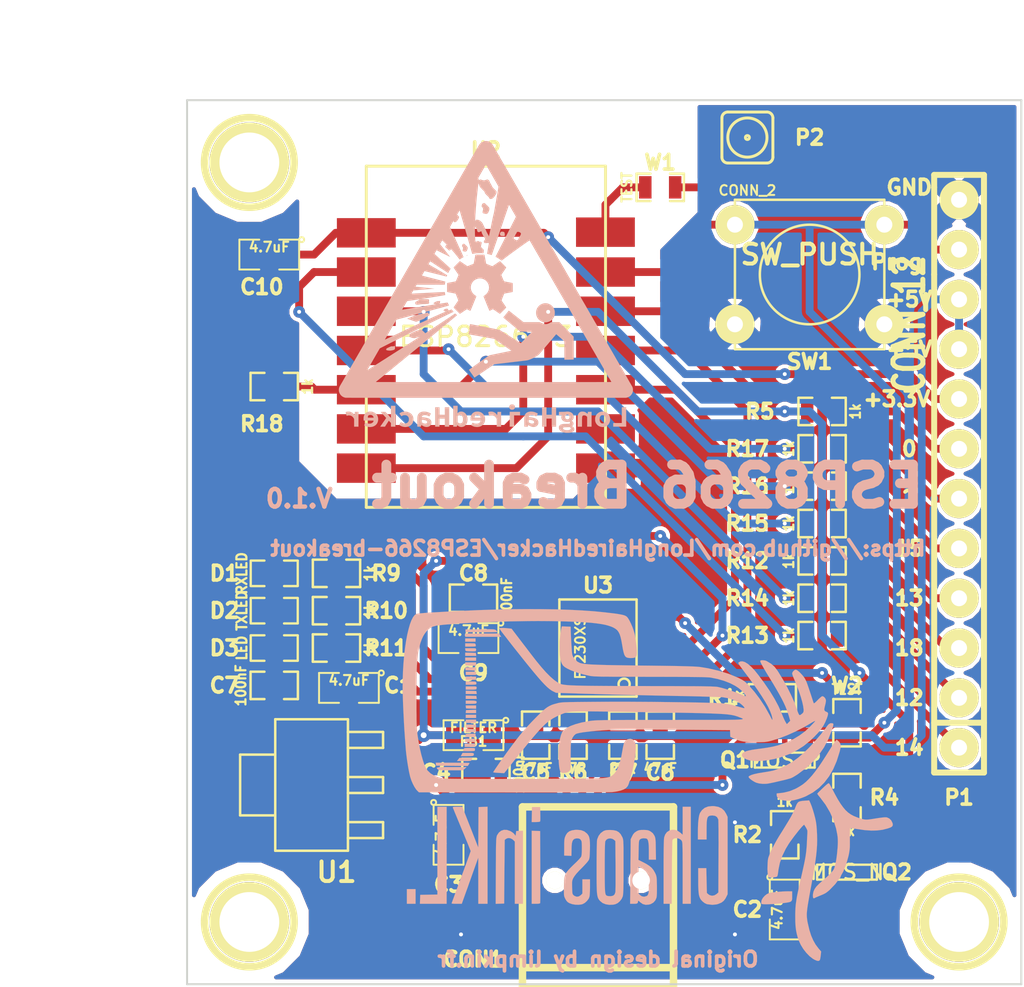
<source format=kicad_pcb>
(kicad_pcb (version 3) (host pcbnew "(2013-may-18)-stable")
  (layers (15 F.Cu signal hide) (0 B.Cu signal hide) (18 B.Paste user) (19 F.Paste user) (20 B.SilkS user) (21 F.SilkS user) (22 B.Mask user) (23 F.Mask user) (28 Edge.Cuts user))
  (net 0 "")
  (net 1 +3.3V)
  (net 2 CON_GPIO0)
  (net 3 CON_GPIO12)
  (net 4 CON_GPIO13)
  (net 5 CON_GPIO14)
  (net 6 CON_GPIO15)
  (net 7 CON_GPIO18)
  (net 8 CON_GPIO2)
  (net 9 FT230_RX)
  (net 10 FT230_TX)
  (net 11 GND)
  (net 12 GPIO0)
  (net 13 N-0000010)
  (net 14 N-0000011)
  (net 15 N-0000012)
  (net 16 N-0000013)
  (net 17 N-0000014)
  (net 18 N-0000015)
  (net 19 N-0000024)
  (net 20 N-0000026)
  (net 21 N-0000027)
  (net 22 N-0000028)
  (net 23 N-0000029)
  (net 24 N-000003)
  (net 25 N-0000030)
  (net 26 N-0000032)
  (net 27 N-0000033)
  (net 28 N-0000034)
  (net 29 N-0000035)
  (net 30 N-0000036)
  (net 31 N-0000037)
  (net 32 N-000004)
  (net 33 N-000005)
  (net 34 N-000006)
  (net 35 N-000009)
  (net 36 PROG_SW)
  (net 37 VCC)
  (net 38 VDD)
  (module ESP8266-3 (layer F.Cu) (at 71.755 69.215)
    (fp_text reference U2 (at 0 -9.525) (layer F.SilkS) (effects (font (size 0.75 0.75) (thickness 0.2))))
    (fp_text value ESP8266-3 (at 0 0) (layer F.SilkS))
    (pad 1 smd rect (at 6.1 6.7) (size 3 1.5) (layers F.Cu F.Paste F.Mask) (net 11 GND))
    (pad 2 smd rect (at 6.1 4.7) (size 3 1.5) (layers F.Cu F.Paste F.Mask))
    (pad 3 smd rect (at 6.1 2.7) (size 3 1.5) (layers F.Cu F.Paste F.Mask) (net 9 FT230_RX))
    (pad 4 smd rect (at 6.1 0.7) (size 3 1.5) (layers F.Cu F.Paste F.Mask) (net 10 FT230_TX))
    (pad 5 smd rect (at 6.1 -1.3) (size 3 1.5) (layers F.Cu F.Paste F.Mask) (net 28 N-0000034))
    (pad 6 smd rect (at 6.1 -3.3) (size 3 1.5) (layers F.Cu F.Paste F.Mask) (net 36 PROG_SW))
    (pad 8 smd rect (at -6.1 -5.3) (size 3 1.5) (layers F.Cu F.Paste F.Mask) (net 1 +3.3V))
    (pad 9 smd rect (at -6.1 -3.3) (size 3 1.5) (layers F.Cu F.Paste F.Mask) (net 29 N-0000035))
    (pad 10 smd rect (at -6.1 -1.3) (size 3 1.5) (layers F.Cu F.Paste F.Mask) (net 27 N-0000033))
    (pad 11 smd rect (at -6.1 0.7) (size 3 1.5) (layers F.Cu F.Paste F.Mask) (net 30 N-0000036))
    (pad 12 smd rect (at -6.1 2.7) (size 3 1.5) (layers F.Cu F.Paste F.Mask) (net 31 N-0000037))
    (pad 13 smd rect (at -6.1 4.7) (size 3 1.5) (layers F.Cu F.Paste F.Mask) (net 35 N-000009))
    (pad 14 smd rect (at -6.1 6.7) (size 3 1.5) (layers F.Cu F.Paste F.Mask) (net 12 GPIO0))
    (pad 7 smd rect (at 6.096 -5.334) (size 3 1.5) (layers F.Cu F.Paste F.Mask) (net 19 N-0000024))
  )
  (module ssop-16 (layer F.Cu) (at 77.47 85.09 90)
    (fp_text reference U3 (at 3.2 0 180) (layer F.SilkS) (effects (font (size 0.75 0.75) (thickness 0.2))))
    (fp_text value FT230XS (at 0 -0.89916 90) (layer F.SilkS) (effects (font (size 0.50038 0.50038) (thickness 0.09906))))
    (pad 4 smd rect (at -0.3175 2.667 90) (size 0.4064 1.651) (layers F.Cu F.Paste F.Mask) (net 9 FT230_RX))
    (pad 5 smd rect (at 0.3175 2.667 90) (size 0.4064 1.651) (layers F.Cu F.Paste F.Mask) (net 11 GND))
    (pad 6 smd rect (at 0.9525 2.667 90) (size 0.4064 1.651) (layers F.Cu F.Paste F.Mask))
    (pad 7 smd rect (at 1.5875 2.667 90) (size 0.4064 1.651) (layers F.Cu F.Paste F.Mask) (net 20 N-0000026))
    (pad 16 smd rect (at -2.2225 -2.667 90) (size 0.4064 1.651) (layers F.Cu F.Paste F.Mask) (net 21 N-0000027))
    (pad 1 smd rect (at -2.2225 2.667 90) (size 0.4064 1.651) (layers F.Cu F.Paste F.Mask) (net 10 FT230_TX))
    (pad 2 smd rect (at -1.5875 2.667 90) (size 0.4064 1.651) (layers F.Cu F.Paste F.Mask))
    (pad 3 smd rect (at -0.9525 2.667 90) (size 0.4064 1.651) (layers F.Cu F.Paste F.Mask) (net 13 N-0000010))
    (pad 9 smd rect (at 2.2225 -2.667 90) (size 0.4064 1.651) (layers F.Cu F.Paste F.Mask) (net 34 N-000006))
    (pad 10 smd rect (at 1.5875 -2.667 90) (size 0.4064 1.651) (layers F.Cu F.Paste F.Mask) (net 13 N-0000010))
    (pad 11 smd rect (at 0.9525 -2.667 90) (size 0.4064 1.651) (layers F.Cu F.Paste F.Mask) (net 13 N-0000010))
    (pad 12 smd rect (at 0.3175 -2.667 90) (size 0.4064 1.651) (layers F.Cu F.Paste F.Mask) (net 37 VCC))
    (pad 13 smd rect (at -0.3175 -2.667 90) (size 0.4064 1.651) (layers F.Cu F.Paste F.Mask) (net 11 GND))
    (pad 14 smd rect (at -0.9525 -2.667 90) (size 0.4064 1.651) (layers F.Cu F.Paste F.Mask) (net 22 N-0000028))
    (pad 8 smd rect (at 2.2225 2.667 90) (size 0.4064 1.651) (layers F.Cu F.Paste F.Mask) (net 33 N-000005))
    (pad 15 smd rect (at -1.5875 -2.667 90) (size 0.4064 1.651) (layers F.Cu F.Paste F.Mask) (net 23 N-0000029))
  )
  (module SOT23GDS_L (layer F.Cu) (at 90.17 96.52 180)
    (fp_text reference Q2 (at -2.54 0 180) (layer F.SilkS) (effects (font (size 0.75 0.75) (thickness 0.2))))
    (fp_text value MOS_N (at 0 0 180) (layer F.SilkS) (effects (font (size 0.762 0.762) (thickness 0.12954))))
    (pad S smd rect (at -0.889 -1.1 180) (size 1.1 1.1) (layers F.Cu F.Paste F.Mask) (net 11 GND))
    (pad G smd rect (at 0.889 -1.1 180) (size 1.1 1.1) (layers F.Cu F.Paste F.Mask) (net 17 N-0000014))
    (pad D smd rect (at 0 1.1 180) (size 1.1 1.1) (layers F.Cu F.Paste F.Mask) (net 16 N-0000013))
  )
  (module SOT23GDS_L (layer F.Cu) (at 86.995 90.805)
    (fp_text reference Q1 (at -2.54 0) (layer F.SilkS) (effects (font (size 0.75 0.75) (thickness 0.2))))
    (fp_text value MOS_P (at 0 0) (layer F.SilkS) (effects (font (size 0.762 0.762) (thickness 0.12954))))
    (pad S smd rect (at -0.889 -1.1) (size 1.1 1.1) (layers F.Cu F.Paste F.Mask) (net 1 +3.3V))
    (pad G smd rect (at 0.889 -1.1) (size 1.1 1.1) (layers F.Cu F.Paste F.Mask) (net 36 PROG_SW))
    (pad D smd rect (at 0 1.1) (size 1.1 1.1) (layers F.Cu F.Paste F.Mask) (net 18 N-0000015))
  )
  (module SM0603_Resistor (layer F.Cu) (at 74.295 89.535 90)
    (fp_text reference C5 (at -1.905 0 180) (layer F.SilkS) (effects (font (size 0.75 0.75) (thickness 0.2))))
    (fp_text value 47pF (at -1.69926 0 180) (layer F.SilkS) (effects (font (size 0.508 0.4572) (thickness 0.1143))))
    (pad 1 smd rect (at -0.762 0 90) (size 0.635 1.143) (layers F.Cu F.Paste F.Mask) (net 24 N-000003))
    (pad 2 smd rect (at 0.762 0 90) (size 0.635 1.143) (layers F.Cu F.Paste F.Mask) (net 11 GND))
  )
  (module SM0603_Resistor (layer F.Cu) (at 64.135 81.28 180)
    (fp_text reference R9 (at -2.54 0 180) (layer F.SilkS) (effects (font (size 0.75 0.75) (thickness 0.2))))
    (fp_text value 1k (at -1.69926 0 270) (layer F.SilkS) (effects (font (size 0.508 0.4572) (thickness 0.1143))))
    (pad 1 smd rect (at -0.762 0 180) (size 0.635 1.143) (layers F.Cu F.Paste F.Mask) (net 22 N-0000028))
    (pad 2 smd rect (at 0.762 0 180) (size 0.635 1.143) (layers F.Cu F.Paste F.Mask) (net 15 N-0000012))
  )
  (module SM0603_Resistor (layer F.Cu) (at 64.135 83.185 180)
    (fp_text reference R10 (at -2.54 0 180) (layer F.SilkS) (effects (font (size 0.75 0.75) (thickness 0.2))))
    (fp_text value 1k (at -1.69926 0 270) (layer F.SilkS) (effects (font (size 0.508 0.4572) (thickness 0.1143))))
    (pad 1 smd rect (at -0.762 0 180) (size 0.635 1.143) (layers F.Cu F.Paste F.Mask) (net 23 N-0000029))
    (pad 2 smd rect (at 0.762 0 180) (size 0.635 1.143) (layers F.Cu F.Paste F.Mask) (net 26 N-0000032))
  )
  (module SM0603_Resistor (layer F.Cu) (at 64.135 85.09 180)
    (fp_text reference R11 (at -2.54 0 180) (layer F.SilkS) (effects (font (size 0.75 0.75) (thickness 0.2))))
    (fp_text value 1k (at -1.69926 0 270) (layer F.SilkS) (effects (font (size 0.508 0.4572) (thickness 0.1143))))
    (pad 1 smd rect (at -0.762 0 180) (size 0.635 1.143) (layers F.Cu F.Paste F.Mask) (net 21 N-0000027))
    (pad 2 smd rect (at 0.762 0 180) (size 0.635 1.143) (layers F.Cu F.Paste F.Mask) (net 14 N-0000011))
  )
  (module SM0603_Resistor (layer F.Cu) (at 60.96 86.995)
    (fp_text reference C7 (at -2.54 0) (layer F.SilkS) (effects (font (size 0.75 0.75) (thickness 0.2))))
    (fp_text value 100nF (at -1.69926 0 90) (layer F.SilkS) (effects (font (size 0.508 0.4572) (thickness 0.1143))))
    (pad 1 smd rect (at -0.762 0) (size 0.635 1.143) (layers F.Cu F.Paste F.Mask) (net 13 N-0000010))
    (pad 2 smd rect (at 0.762 0) (size 0.635 1.143) (layers F.Cu F.Paste F.Mask) (net 11 GND))
  )
  (module SM0603_Resistor (layer F.Cu) (at 78.74 89.535 90)
    (fp_text reference R7 (at -1.905 0 180) (layer F.SilkS) (effects (font (size 0.75 0.75) (thickness 0.2))))
    (fp_text value 27R (at -1.69926 0 180) (layer F.SilkS) (effects (font (size 0.508 0.4572) (thickness 0.1143))))
    (pad 1 smd rect (at -0.762 0 90) (size 0.635 1.143) (layers F.Cu F.Paste F.Mask) (net 32 N-000004))
    (pad 2 smd rect (at 0.762 0 90) (size 0.635 1.143) (layers F.Cu F.Paste F.Mask) (net 33 N-000005))
  )
  (module SM0603_Resistor (layer F.Cu) (at 76.2 89.535 90)
    (fp_text reference R6 (at -1.905 0 180) (layer F.SilkS) (effects (font (size 0.75 0.75) (thickness 0.2))))
    (fp_text value 27R (at -1.69926 0 180) (layer F.SilkS) (effects (font (size 0.508 0.4572) (thickness 0.1143))))
    (pad 1 smd rect (at -0.762 0 90) (size 0.635 1.143) (layers F.Cu F.Paste F.Mask) (net 24 N-000003))
    (pad 2 smd rect (at 0.762 0 90) (size 0.635 1.143) (layers F.Cu F.Paste F.Mask) (net 34 N-000006))
  )
  (module SM0603_Resistor (layer F.Cu) (at 80.645 89.535 90)
    (fp_text reference C6 (at -1.905 0 180) (layer F.SilkS) (effects (font (size 0.75 0.75) (thickness 0.2))))
    (fp_text value 47pF (at -1.69926 0 180) (layer F.SilkS) (effects (font (size 0.508 0.4572) (thickness 0.1143))))
    (pad 1 smd rect (at -0.762 0 90) (size 0.635 1.143) (layers F.Cu F.Paste F.Mask) (net 32 N-000004))
    (pad 2 smd rect (at 0.762 0 90) (size 0.635 1.143) (layers F.Cu F.Paste F.Mask) (net 11 GND))
  )
  (module SM0603_Resistor (layer F.Cu) (at 71.12 82.55 180)
    (fp_text reference C8 (at 0 1.27 180) (layer F.SilkS) (effects (font (size 0.75 0.75) (thickness 0.2))))
    (fp_text value 100nF (at -1.69926 0 270) (layer F.SilkS) (effects (font (size 0.508 0.4572) (thickness 0.1143))))
    (pad 1 smd rect (at -0.762 0 180) (size 0.635 1.143) (layers F.Cu F.Paste F.Mask) (net 37 VCC))
    (pad 2 smd rect (at 0.762 0 180) (size 0.635 1.143) (layers F.Cu F.Paste F.Mask) (net 11 GND))
  )
  (module SM0603_Resistor (layer F.Cu) (at 71.755 91.44 180)
    (fp_text reference C4 (at 2.54 0 180) (layer F.SilkS) (effects (font (size 0.75 0.75) (thickness 0.2))))
    (fp_text value 100nF (at -1.69926 0 270) (layer F.SilkS) (effects (font (size 0.508 0.4572) (thickness 0.1143))))
    (pad 1 smd rect (at -0.762 0 180) (size 0.635 1.143) (layers F.Cu F.Paste F.Mask) (net 38 VDD))
    (pad 2 smd rect (at 0.762 0 180) (size 0.635 1.143) (layers F.Cu F.Paste F.Mask) (net 11 GND))
  )
  (module SM0603_Resistor (layer F.Cu) (at 90.17 92.71 90)
    (fp_text reference R4 (at 0 1.905 180) (layer F.SilkS) (effects (font (size 0.75 0.75) (thickness 0.2))))
    (fp_text value 1k (at -1.69926 0 180) (layer F.SilkS) (effects (font (size 0.508 0.4572) (thickness 0.1143))))
    (pad 1 smd rect (at -0.762 0 90) (size 0.635 1.143) (layers F.Cu F.Paste F.Mask) (net 16 N-0000013))
    (pad 2 smd rect (at 0.762 0 90) (size 0.635 1.143) (layers F.Cu F.Paste F.Mask) (net 12 GPIO0))
  )
  (module SM0603_Resistor (layer F.Cu) (at 86.995 94.615 270)
    (fp_text reference R2 (at 0 1.905 360) (layer F.SilkS) (effects (font (size 0.75 0.75) (thickness 0.2))))
    (fp_text value 1k (at -1.69926 0 360) (layer F.SilkS) (effects (font (size 0.508 0.4572) (thickness 0.1143))))
    (pad 1 smd rect (at -0.762 0 270) (size 0.635 1.143) (layers F.Cu F.Paste F.Mask) (net 18 N-0000015))
    (pad 2 smd rect (at 0.762 0 270) (size 0.635 1.143) (layers F.Cu F.Paste F.Mask) (net 17 N-0000014))
  )
  (module SM0603_Resistor (layer F.Cu) (at 86.36 87.63)
    (fp_text reference R1 (at -2.54 0) (layer F.SilkS) (effects (font (size 0.75 0.75) (thickness 0.2))))
    (fp_text value 1k (at -1.69926 0 90) (layer F.SilkS) (effects (font (size 0.508 0.4572) (thickness 0.1143))))
    (pad 1 smd rect (at -0.762 0) (size 0.635 1.143) (layers F.Cu F.Paste F.Mask) (net 1 +3.3V))
    (pad 2 smd rect (at 0.762 0) (size 0.635 1.143) (layers F.Cu F.Paste F.Mask) (net 36 PROG_SW))
  )
  (module SM0603_Capa (layer F.Cu) (at 60.96 85.09)
    (fp_text reference D3 (at -2.54 0) (layer F.SilkS) (effects (font (size 0.75 0.75) (thickness 0.2))))
    (fp_text value LED (at -1.651 0 90) (layer F.SilkS) (effects (font (size 0.508 0.4572) (thickness 0.1143))))
    (pad 1 smd rect (at -0.762 0) (size 0.635 1.143) (layers F.Cu F.Paste F.Mask) (net 13 N-0000010))
    (pad 2 smd rect (at 0.762 0) (size 0.635 1.143) (layers F.Cu F.Paste F.Mask) (net 14 N-0000011))
  )
  (module SM0603_Capa (layer F.Cu) (at 60.96 83.185)
    (fp_text reference D2 (at -2.54 0) (layer F.SilkS) (effects (font (size 0.75 0.75) (thickness 0.2))))
    (fp_text value TXLED (at -1.651 0 90) (layer F.SilkS) (effects (font (size 0.508 0.4572) (thickness 0.1143))))
    (pad 1 smd rect (at -0.762 0) (size 0.635 1.143) (layers F.Cu F.Paste F.Mask) (net 13 N-0000010))
    (pad 2 smd rect (at 0.762 0) (size 0.635 1.143) (layers F.Cu F.Paste F.Mask) (net 26 N-0000032))
  )
  (module SM0603_Capa (layer F.Cu) (at 60.96 81.28)
    (fp_text reference D1 (at -2.54 0) (layer F.SilkS) (effects (font (size 0.75 0.75) (thickness 0.2))))
    (fp_text value RXLED (at -1.651 0 90) (layer F.SilkS) (effects (font (size 0.508 0.4572) (thickness 0.1143))))
    (pad 1 smd rect (at -0.762 0) (size 0.635 1.143) (layers F.Cu F.Paste F.Mask) (net 13 N-0000010))
    (pad 2 smd rect (at 0.762 0) (size 0.635 1.143) (layers F.Cu F.Paste F.Mask) (net 15 N-0000012))
  )
  (module SM0603_Resistor (layer F.Cu) (at 88.9 80.645)
    (fp_text reference R12 (at -3.81 0) (layer F.SilkS) (effects (font (size 0.75 0.75) (thickness 0.2))))
    (fp_text value 1k (at -1.69926 0 90) (layer F.SilkS) (effects (font (size 0.508 0.4572) (thickness 0.1143))))
    (pad 1 smd rect (at -0.762 0) (size 0.635 1.143) (layers F.Cu F.Paste F.Mask) (net 28 N-0000034))
    (pad 2 smd rect (at 0.762 0) (size 0.635 1.143) (layers F.Cu F.Paste F.Mask) (net 7 CON_GPIO18))
  )
  (module SM0603_Resistor (layer F.Cu) (at 88.9 84.455)
    (fp_text reference R13 (at -3.81 0) (layer F.SilkS) (effects (font (size 0.75 0.75) (thickness 0.2))))
    (fp_text value 1k (at -1.69926 0 90) (layer F.SilkS) (effects (font (size 0.508 0.4572) (thickness 0.1143))))
    (pad 1 smd rect (at -0.762 0) (size 0.635 1.143) (layers F.Cu F.Paste F.Mask) (net 29 N-0000035))
    (pad 2 smd rect (at 0.762 0) (size 0.635 1.143) (layers F.Cu F.Paste F.Mask) (net 5 CON_GPIO14))
  )
  (module SM0603_Resistor (layer F.Cu) (at 88.9 82.55)
    (fp_text reference R14 (at -3.81 0) (layer F.SilkS) (effects (font (size 0.75 0.75) (thickness 0.2))))
    (fp_text value 1k (at -1.69926 0 90) (layer F.SilkS) (effects (font (size 0.508 0.4572) (thickness 0.1143))))
    (pad 1 smd rect (at -0.762 0) (size 0.635 1.143) (layers F.Cu F.Paste F.Mask) (net 27 N-0000033))
    (pad 2 smd rect (at 0.762 0) (size 0.635 1.143) (layers F.Cu F.Paste F.Mask) (net 3 CON_GPIO12))
  )
  (module SM0603_Resistor (layer F.Cu) (at 88.9 78.74)
    (fp_text reference R15 (at -3.81 0) (layer F.SilkS) (effects (font (size 0.75 0.75) (thickness 0.2))))
    (fp_text value 1k (at -1.69926 0 90) (layer F.SilkS) (effects (font (size 0.508 0.4572) (thickness 0.1143))))
    (pad 1 smd rect (at -0.762 0) (size 0.635 1.143) (layers F.Cu F.Paste F.Mask) (net 30 N-0000036))
    (pad 2 smd rect (at 0.762 0) (size 0.635 1.143) (layers F.Cu F.Paste F.Mask) (net 4 CON_GPIO13))
  )
  (module SM0603_Resistor (layer F.Cu) (at 88.9 76.835)
    (fp_text reference R16 (at -3.81 0) (layer F.SilkS) (effects (font (size 0.75 0.75) (thickness 0.2))))
    (fp_text value 1k (at -1.69926 0 90) (layer F.SilkS) (effects (font (size 0.508 0.4572) (thickness 0.1143))))
    (pad 1 smd rect (at -0.762 0) (size 0.635 1.143) (layers F.Cu F.Paste F.Mask) (net 31 N-0000037))
    (pad 2 smd rect (at 0.762 0) (size 0.635 1.143) (layers F.Cu F.Paste F.Mask) (net 6 CON_GPIO15))
  )
  (module SM0603_Resistor (layer F.Cu) (at 88.9 74.93)
    (fp_text reference R17 (at -3.81 0) (layer F.SilkS) (effects (font (size 0.75 0.75) (thickness 0.2))))
    (fp_text value 1k (at -1.69926 0 90) (layer F.SilkS) (effects (font (size 0.508 0.4572) (thickness 0.1143))))
    (pad 1 smd rect (at -0.762 0) (size 0.635 1.143) (layers F.Cu F.Paste F.Mask) (net 35 N-000009))
    (pad 2 smd rect (at 0.762 0) (size 0.635 1.143) (layers F.Cu F.Paste F.Mask) (net 8 CON_GPIO2))
  )
  (module SM0603_Resistor (layer F.Cu) (at 60.96 71.755 180)
    (fp_text reference R18 (at 0.635 -1.905 180) (layer F.SilkS) (effects (font (size 0.75 0.75) (thickness 0.2))))
    (fp_text value 1k (at -1.69926 0 270) (layer F.SilkS) (effects (font (size 0.508 0.4572) (thickness 0.1143))))
    (pad 1 smd rect (at -0.762 0 180) (size 0.635 1.143) (layers F.Cu F.Paste F.Mask) (net 31 N-0000037))
    (pad 2 smd rect (at 0.762 0 180) (size 0.635 1.143) (layers F.Cu F.Paste F.Mask) (net 11 GND))
  )
  (module USB_MINI_B (layer F.Cu) (at 77.47 97.79 90)
    (fp_text reference CON1 (at -3.175 -6.35 180) (layer F.SilkS) (effects (font (size 0.75 0.75) (thickness 0.2))))
    (fp_text value USB-MICRO-B2 hide)
    (pad 1 smd rect (at 3.44932 -1.6002 90) (size 2.30124 0.50038) (layers F.Cu F.Paste F.Mask) (net 38 VDD))
    (pad 2 smd rect (at 3.44932 -0.8001 90) (size 2.30124 0.50038) (layers F.Cu F.Paste F.Mask) (net 24 N-000003))
    (pad 3 smd rect (at 3.44932 0 90) (size 2.30124 0.50038) (layers F.Cu F.Paste F.Mask) (net 32 N-000004))
    (pad 4 smd rect (at 3.44932 0.8001 90) (size 2.30124 0.50038) (layers F.Cu F.Paste F.Mask))
    (pad 5 smd rect (at 3.44932 1.6002 90) (size 2.30124 0.50038) (layers F.Cu F.Paste F.Mask) (net 11 GND))
    (pad 6 smd rect (at 3.35026 -4.45008 90) (size 2.49936 1.99898) (layers F.Cu F.Paste F.Mask) (net 11 GND))
    (pad 7 smd rect (at -2.14884 -4.45008 90) (size 2.49936 1.99898) (layers F.Cu F.Paste F.Mask) (net 11 GND))
    (pad 8 smd rect (at 3.35026 4.45008 90) (size 2.49936 1.99898) (layers F.Cu F.Paste F.Mask) (net 11 GND))
    (pad 9 smd rect (at -2.14884 4.45008 90) (size 2.49936 1.99898) (layers F.Cu F.Paste F.Mask) (net 11 GND))
    (pad "" np_thru_hole circle (at 0.8509 -2.19964 90) (size 0.89916 0.89916) (drill 0.89916) (layers *.Cu *.Mask F.SilkS))
    (pad 2 np_thru_hole circle (at 0.8509 2.19964 90) (size 0.89916 0.89916) (drill 0.89916) (layers *.Cu *.Mask F.SilkS) (net 24 N-000003))
  )
  (module SM0603_Resistor (layer F.Cu) (at 88.9 73.025 180)
    (fp_text reference R5 (at 3.175 0 180) (layer F.SilkS) (effects (font (size 0.75 0.75) (thickness 0.2))))
    (fp_text value 1k (at -1.69926 0 270) (layer F.SilkS) (effects (font (size 0.508 0.4572) (thickness 0.1143))))
    (pad 1 smd rect (at -0.762 0 180) (size 0.635 1.143) (layers F.Cu F.Paste F.Mask) (net 2 CON_GPIO0))
    (pad 2 smd rect (at 0.762 0 180) (size 0.635 1.143) (layers F.Cu F.Paste F.Mask) (net 12 GPIO0))
  )
  (module SIL-12 (layer F.Cu) (at 95.885 76.2 90)
    (fp_text reference P1 (at -16.51 0 180) (layer F.SilkS) (effects (font (size 0.75 0.75) (thickness 0.2))))
    (fp_text value CONN_12 (at 7.62 -2.54 90) (layer F.SilkS) (effects (font (size 1.524 1.016) (thickness 0.3048))))
    (pad 1 thru_hole circle (at -13.97 0 90) (size 2 2) (drill 0.8128) (layers *.Cu *.Mask F.SilkS) (net 5 CON_GPIO14))
    (pad 2 thru_hole circle (at -11.43 0 90) (size 2 2) (drill 0.8128) (layers *.Cu *.Mask F.SilkS) (net 3 CON_GPIO12))
    (pad 3 thru_hole circle (at -8.89 0 90) (size 2 2) (drill 0.8128) (layers *.Cu *.Mask F.SilkS) (net 7 CON_GPIO18))
    (pad 4 thru_hole circle (at -6.35 0 90) (size 2 2) (drill 0.8128) (layers *.Cu *.Mask F.SilkS) (net 4 CON_GPIO13))
    (pad 5 thru_hole circle (at -3.81 0 90) (size 2 2) (drill 0.8128) (layers *.Cu *.Mask F.SilkS) (net 6 CON_GPIO15))
    (pad 6 thru_hole circle (at -1.27 0 90) (size 2 2) (drill 0.8128) (layers *.Cu *.Mask F.SilkS) (net 8 CON_GPIO2))
    (pad 7 thru_hole circle (at 1.27 0 90) (size 2 2) (drill 0.8128) (layers *.Cu *.Mask F.SilkS) (net 2 CON_GPIO0))
    (pad 8 thru_hole circle (at 3.81 0 90) (size 2 2) (drill 0.8128) (layers *.Cu *.Mask F.SilkS) (net 1 +3.3V))
    (pad 9 thru_hole circle (at 6.35 0 90) (size 2 2) (drill 0.8128) (layers *.Cu *.Mask F.SilkS) (net 37 VCC))
    (pad 10 thru_hole circle (at 8.89 0 90) (size 2 2) (drill 0.8128) (layers *.Cu *.Mask F.SilkS) (net 37 VCC))
    (pad 11 thru_hole circle (at 11.43 0 90) (size 2 2) (drill 0.8128) (layers *.Cu *.Mask F.SilkS) (net 36 PROG_SW))
    (pad 12 thru_hole circle (at 13.97 0 90) (size 2 2) (drill 0.8128) (layers *.Cu *.Mask F.SilkS) (net 11 GND))
  )
  (module SW_PUSH_SMALL (layer F.Cu) (at 88.265 66.04 180)
    (fp_text reference SW1 (at 0 -4.445 180) (layer F.SilkS) (effects (font (size 0.75 0.75) (thickness 0.2))))
    (fp_text value SW_PUSH (at 0 1.016 180) (layer F.SilkS) (effects (font (size 1.016 1.016) (thickness 0.2032))))
    (pad 1 thru_hole circle (at 3.81 -2.54 180) (size 2 2) (drill 0.8128) (layers *.Cu *.Mask F.SilkS) (net 11 GND))
    (pad 2 thru_hole circle (at 3.81 2.54 180) (size 2 2) (drill 0.8128) (layers *.Cu *.Mask F.SilkS) (net 36 PROG_SW))
    (pad 1 thru_hole circle (at -3.81 -2.54 180) (size 2 2) (drill 0.8128) (layers *.Cu *.Mask F.SilkS) (net 11 GND))
    (pad 2 thru_hole circle (at -3.81 2.54 180) (size 2 2) (drill 0.8128) (layers *.Cu *.Mask F.SilkS) (net 36 PROG_SW))
  )
  (module 1pin (layer F.Cu) (at 95.885 99.06)
    (fp_text reference 1PIN hide)
    (fp_text value P*** hide)
    (pad 1 thru_hole circle (at 0 0) (size 4.064 4.064) (drill 3.048) (layers *.Cu *.Mask F.SilkS) (clearance 1))
  )
  (module 1pin (layer F.Cu) (at 59.69 99.06)
    (fp_text reference 1PIN hide)
    (fp_text value P*** hide)
    (pad 1 thru_hole circle (at 0 0) (size 4.064 4.064) (drill 3.048) (layers *.Cu *.Mask F.SilkS) (clearance 1))
  )
  (module 1pin (layer F.Cu) (at 59.69 60.325)
    (fp_text reference 1PIN hide)
    (fp_text value P*** hide)
    (pad 1 thru_hole circle (at 0 0) (size 4.064 4.064) (drill 3.048) (layers *.Cu *.Mask F.SilkS) (clearance 1))
  )
  (module SM0805 (layer F.Cu) (at 70.866 84.582 180)
    (fp_text reference C9 (at -0.254 -1.778 180) (layer F.SilkS) (effects (font (size 0.75 0.75) (thickness 0.2))))
    (fp_text value 4.7uF (at 0 0.381 180) (layer F.SilkS) (effects (font (size 0.50038 0.50038) (thickness 0.10922))))
    (pad 1 smd rect (at -0.9525 0 180) (size 0.889 1.397) (layers F.Cu F.Paste F.Mask) (net 37 VCC))
    (pad 2 smd rect (at 0.9525 0 180) (size 0.889 1.397) (layers F.Cu F.Paste F.Mask) (net 11 GND))
  )
  (module SM0805 (layer F.Cu) (at 60.706 65.024 180)
    (fp_text reference C10 (at 0.381 -1.651 180) (layer F.SilkS) (effects (font (size 0.75 0.75) (thickness 0.2))))
    (fp_text value 4.7uF (at 0 0.381 180) (layer F.SilkS) (effects (font (size 0.50038 0.50038) (thickness 0.10922))))
    (pad 1 smd rect (at -0.9525 0 180) (size 0.889 1.397) (layers F.Cu F.Paste F.Mask) (net 1 +3.3V))
    (pad 2 smd rect (at 0.9525 0 180) (size 0.889 1.397) (layers F.Cu F.Paste F.Mask) (net 11 GND))
  )
  (module SM0805 (layer F.Cu) (at 69.85 94.615 270)
    (fp_text reference C3 (at 2.54 0 360) (layer F.SilkS) (effects (font (size 0.75 0.75) (thickness 0.2))))
    (fp_text value 4.7uF (at 0 0.381 270) (layer F.SilkS) (effects (font (size 0.50038 0.50038) (thickness 0.10922))))
    (pad 1 smd rect (at -0.9525 0 270) (size 0.889 1.397) (layers F.Cu F.Paste F.Mask) (net 1 +3.3V))
    (pad 2 smd rect (at 0.9525 0 270) (size 0.889 1.397) (layers F.Cu F.Paste F.Mask) (net 11 GND))
  )
  (module SM0805 (layer F.Cu) (at 64.77 87.122 180)
    (fp_text reference C1 (at -2.54 0.127 180) (layer F.SilkS) (effects (font (size 0.75 0.75) (thickness 0.2))))
    (fp_text value 4.7uF (at 0 0.381 180) (layer F.SilkS) (effects (font (size 0.50038 0.50038) (thickness 0.10922))))
    (pad 1 smd rect (at -0.9525 0 180) (size 0.889 1.397) (layers F.Cu F.Paste F.Mask) (net 37 VCC))
    (pad 2 smd rect (at 0.9525 0 180) (size 0.889 1.397) (layers F.Cu F.Paste F.Mask) (net 11 GND))
  )
  (module SM0805 (layer F.Cu) (at 86.995 98.425 270)
    (fp_text reference C2 (at 0 1.905 360) (layer F.SilkS) (effects (font (size 0.75 0.75) (thickness 0.2))))
    (fp_text value 4.7uF (at 0 0.381 270) (layer F.SilkS) (effects (font (size 0.50038 0.50038) (thickness 0.10922))))
    (pad 1 smd rect (at -0.9525 0 270) (size 0.889 1.397) (layers F.Cu F.Paste F.Mask) (net 17 N-0000014))
    (pad 2 smd rect (at 0.9525 0 270) (size 0.889 1.397) (layers F.Cu F.Paste F.Mask) (net 11 GND))
  )
  (module sot223 (layer F.Cu) (at 62.865 92.075 90)
    (fp_text reference U1 (at -4.445 1.27 180) (layer F.SilkS) (effects (font (size 1.00076 1.00076) (thickness 0.20066))))
    (fp_text value NCP1117LP hide)
    (pad 1 smd rect (at -2.30124 2.99974 90) (size 1.30048 1.80086) (layers F.Cu F.Paste F.Mask) (net 11 GND))
    (pad 2 smd rect (at 0 2.99974 90) (size 1.30048 1.80086) (layers F.Cu F.Paste F.Mask) (net 1 +3.3V))
    (pad 3 smd rect (at 2.30124 2.99974 90) (size 1.30048 1.80086) (layers F.Cu F.Paste F.Mask) (net 37 VCC))
    (pad 4 smd rect (at 0 -2.99974 90) (size 3.79984 1.80086) (layers F.Cu F.Paste F.Mask) (net 1 +3.3V))
  )
  (module SM0603_Resistor (layer F.Cu) (at 80.645 61.595)
    (fp_text reference W1 (at 0 -1.27) (layer F.SilkS) (effects (font (size 0.75 0.75) (thickness 0.2))))
    (fp_text value TEST (at -1.69926 0 90) (layer F.SilkS) (effects (font (size 0.508 0.4572) (thickness 0.1143))))
    (pad 1 smd rect (at -0.762 0) (size 0.635 1.143) (layers F.Cu F.Paste F.Mask) (net 19 N-0000024))
    (pad 2 smd rect (at 0.762 0) (size 0.635 1.143) (layers F.Cu F.Paste F.Mask) (net 25 N-0000030))
  )
  (module SM0603_Resistor (layer F.Cu) (at 90.17 88.9 270)
    (fp_text reference W2 (at -1.905 0 360) (layer F.SilkS) (effects (font (size 0.75 0.75) (thickness 0.2))))
    (fp_text value TEST (at -1.69926 0 360) (layer F.SilkS) (effects (font (size 0.508 0.4572) (thickness 0.1143))))
    (pad 1 smd rect (at -0.762 0 270) (size 0.635 1.143) (layers F.Cu F.Paste F.Mask) (net 20 N-0000026))
    (pad 2 smd rect (at 0.762 0 270) (size 0.635 1.143) (layers F.Cu F.Paste F.Mask) (net 36 PROG_SW))
  )
  (module coaxial_u.fl-r-smt-1 (layer F.Cu) (at 85.09 59.055)
    (fp_text reference P2 (at 3.175 0) (layer F.SilkS) (effects (font (size 0.75 0.75) (thickness 0.2))))
    (fp_text value CONN_2 (at 0 2.7) (layer F.SilkS) (effects (font (size 0.5 0.5) (thickness 0.1))))
    (pad 2 smd rect (at -1.475 0) (size 1.05 2.2) (layers F.Cu F.Paste F.Mask) (net 11 GND))
    (pad 2 smd rect (at 1.475 0) (size 1.05 2.2) (layers F.Cu F.Paste F.Mask) (net 11 GND))
    (pad 1 smd rect (at 0 1.525) (size 1 1.05) (layers F.Cu F.Paste F.Mask) (net 25 N-0000030))
  )
  (module chaosinkl_silkbot_25_00mm (layer B.Cu) (at 80.01 92.075)
    (fp_text reference G*** hide)
    (fp_text value chaosinkl_silkbot_25_00mm hide)
  )
  (module logo_hacker_silkbot_15_00mm (layer B.Cu) (at 71.755 66.675)
    (fp_text reference G*** hide)
    (fp_text value logo_hacker_silkbot_15_00mm hide)
  )
  (module SM0805 (layer F.Cu) (at 71.12 89.535 180)
    (fp_text reference FB1 (at 0 -0.3175 180) (layer F.SilkS) (effects (font (size 0.50038 0.50038) (thickness 0.10922))))
    (fp_text value FILTER (at 0 0.381 180) (layer F.SilkS) (effects (font (size 0.50038 0.50038) (thickness 0.10922))))
    (pad 1 smd rect (at -0.9525 0 180) (size 0.889 1.397) (layers F.Cu F.Paste F.Mask) (net 38 VDD))
    (pad 2 smd rect (at 0.9525 0 180) (size 0.889 1.397) (layers F.Cu F.Paste F.Mask) (net 37 VCC))
  )
  (gr_text V.1.0 (at 62.23 77.47) (layer B.SilkS) (effects (font (size 0.9 0.9) (thickness 0.225)) (justify mirror)))
  (gr_text https://github.com/LongHairedHacker/ESP8266-breakout (at 77.47 80.01) (layer B.SilkS) (effects (font (size 0.75 0.75) (thickness 0.1875)) (justify mirror)))
  (gr_text "Original design by limpkin.fr" (at 77.47 100.965) (layer B.SilkS) (effects (font (size 0.75 0.75) (thickness 0.1875)) (justify mirror)))
  (gr_text "ESP8266 Breakout" (at 80.01 76.835) (layer B.SilkS) (effects (font (size 2 2) (thickness 0.5)) (justify mirror)))
  (gr_text "GND\n" (at 93.345 61.595) (layer F.SilkS) (effects (font (size 0.75 0.75) (thickness 0.1875))))
  (gr_text "Prog\n" (at 92.71 65.405) (layer F.SilkS) (effects (font (size 0.75 0.75) (thickness 0.1875))))
  (gr_text +5V (at 93.345 67.31) (layer F.SilkS) (effects (font (size 0.75 0.75) (thickness 0.1875))))
  (gr_text +5V (at 93.345 69.85) (layer F.SilkS) (effects (font (size 0.75 0.75) (thickness 0.1875))))
  (gr_text +3.3V (at 92.71 72.39) (layer F.SilkS) (effects (font (size 0.75 0.75) (thickness 0.1875))))
  (gr_text 0 (at 93.345 74.93) (layer F.SilkS) (effects (font (size 0.75 0.75) (thickness 0.1875))))
  (gr_text 2 (at 93.345 77.47) (layer F.SilkS) (effects (font (size 0.75 0.75) (thickness 0.1875))))
  (gr_text 15 (at 93.345 80.01) (layer F.SilkS) (effects (font (size 0.75 0.75) (thickness 0.1875))))
  (gr_text 13 (at 93.345 82.55) (layer F.SilkS) (effects (font (size 0.75 0.75) (thickness 0.1875))))
  (gr_text 18 (at 93.345 85.09) (layer F.SilkS) (effects (font (size 0.75 0.75) (thickness 0.1875))))
  (gr_text 12 (at 93.345 87.63) (layer F.SilkS) (effects (font (size 0.75 0.75) (thickness 0.1875))))
  (gr_text 14 (at 93.345 90.17) (layer F.SilkS) (effects (font (size 0.75 0.75) (thickness 0.1875))))
  (gr_line (start 56.515 102.235) (end 56.515 57.15) (angle 90) (layer Edge.Cuts) (width 0.1))
  (gr_line (start 99.06 102.235) (end 56.515 102.235) (angle 90) (layer Edge.Cuts) (width 0.1))
  (gr_line (start 99.06 57.15) (end 99.06 102.235) (angle 90) (layer Edge.Cuts) (width 0.1))
  (gr_line (start 56.515 57.15) (end 99.06 57.15) (angle 90) (layer Edge.Cuts) (width 0.1))
  (segment (start 94.615 77.47) (end 94.615 77.47) (width 0.4) (layer B.Cu) (net 0))
  (segment (start 94.615 77.47) (end 94.615 77.47) (width 0.4) (layer B.Cu) (net 0))
  (segment (start 65.655 63.915) (end 74.71 63.915) (width 0.4) (layer F.Cu) (net 1))
  (via (at 74.93 64.135) (size 0.6) (drill 0.2) (layers F.Cu B.Cu) (net 1))
  (segment (start 74.71 63.915) (end 74.93 64.135) (width 0.4) (layer F.Cu) (net 1))
  (segment (start 74.93 64.135) (end 81.915 71.12) (width 0.4) (layer B.Cu) (net 1))
  (segment (start 94.615 72.39) (end 93.345 71.12) (width 0.4) (layer F.Cu) (net 1))
  (segment (start 93.345 71.12) (end 86.995 71.12) (width 0.4) (layer F.Cu) (net 1))
  (via (at 86.995 71.12) (size 0.6) (drill 0.2) (layers F.Cu B.Cu) (net 1))
  (segment (start 86.995 71.12) (end 81.915 71.12) (width 0.4) (layer B.Cu) (net 1))
  (segment (start 94.615 72.39) (end 95.885 72.39) (width 0.4) (layer F.Cu) (net 1))
  (segment (start 67.437 92.075) (end 65.86474 92.075) (width 0.4) (layer F.Cu) (net 1))
  (segment (start 69.85 93.6625) (end 69.85 92.71) (width 0.4) (layer F.Cu) (net 1))
  (segment (start 69.85 92.71) (end 69.215 92.075) (width 0.4) (layer F.Cu) (net 1))
  (segment (start 86.106 89.705) (end 84.92 89.705) (width 0.4) (layer F.Cu) (net 1))
  (segment (start 83.82 92.075) (end 69.215 92.075) (width 0.4) (layer B.Cu) (net 1))
  (via (at 69.215 92.075) (size 0.6) (drill 0.2) (layers F.Cu B.Cu) (net 1))
  (via (at 83.82 92.075) (size 0.6) (drill 0.2) (layers F.Cu B.Cu) (net 1))
  (segment (start 83.82 90.805) (end 83.82 92.075) (width 0.4) (layer F.Cu) (net 1))
  (segment (start 84.92 89.705) (end 83.82 90.805) (width 0.4) (layer F.Cu) (net 1))
  (segment (start 86.106 89.705) (end 86.106 89.281) (width 0.4) (layer F.Cu) (net 1))
  (segment (start 85.598 88.773) (end 85.598 87.63) (width 0.4) (layer F.Cu) (net 1))
  (segment (start 86.106 89.281) (end 85.598 88.773) (width 0.4) (layer F.Cu) (net 1))
  (segment (start 58.42 68.58) (end 58.42 90.805) (width 0.4) (layer F.Cu) (net 1))
  (segment (start 59.69 92.075) (end 60.833 92.075) (width 0.4) (layer F.Cu) (net 1))
  (segment (start 59.69 92.075) (end 58.42 90.805) (width 0.4) (layer F.Cu) (net 1))
  (segment (start 65.655 63.915) (end 64.101 63.915) (width 0.4) (layer F.Cu) (net 1))
  (segment (start 64.101 63.915) (end 62.992 65.024) (width 0.4) (layer F.Cu) (net 1))
  (segment (start 62.992 65.024) (end 61.6585 65.024) (width 0.4) (layer F.Cu) (net 1))
  (segment (start 61.722 65.024) (end 61.722 65.913) (width 0.4) (layer F.Cu) (net 1))
  (segment (start 61.722 65.913) (end 60.96 66.675) (width 0.4) (layer F.Cu) (net 1))
  (segment (start 58.42 68.58) (end 58.42 68.58) (width 0.4) (layer F.Cu) (net 1))
  (segment (start 60.325 66.675) (end 60.96 66.675) (width 0.4) (layer F.Cu) (net 1))
  (segment (start 58.42 68.58) (end 58.42 68.58) (width 0.4) (layer F.Cu) (net 1))
  (segment (start 58.42 68.58) (end 60.325 66.675) (width 0.4) (layer F.Cu) (net 1))
  (segment (start 67.437 92.075) (end 69.215 92.075) (width 0.4) (layer F.Cu) (net 1))
  (segment (start 60.833 92.075) (end 67.437 92.075) (width 0.4) (layer F.Cu) (net 1))
  (segment (start 89.662 73.025) (end 92.71 73.025) (width 0.4) (layer F.Cu) (net 2))
  (segment (start 94.615 74.93) (end 95.885 74.93) (width 0.4) (layer F.Cu) (net 2))
  (segment (start 92.71 73.025) (end 94.615 74.93) (width 0.4) (layer F.Cu) (net 2))
  (segment (start 89.662 82.55) (end 90.805 82.55) (width 0.4) (layer F.Cu) (net 3))
  (segment (start 90.805 82.55) (end 95.885 87.63) (width 0.4) (layer F.Cu) (net 3))
  (segment (start 95.885 82.55) (end 94.615 82.55) (width 0.4) (layer F.Cu) (net 4))
  (segment (start 90.805 78.74) (end 89.662 78.74) (width 0.4) (layer F.Cu) (net 4))
  (segment (start 94.615 82.55) (end 90.805 78.74) (width 0.4) (layer F.Cu) (net 4))
  (segment (start 89.662 84.455) (end 90.17 84.455) (width 0.4) (layer F.Cu) (net 5))
  (segment (start 90.17 84.455) (end 95.885 90.17) (width 0.4) (layer F.Cu) (net 5))
  (segment (start 89.535 76.835) (end 91.44 76.835) (width 0.4) (layer F.Cu) (net 6))
  (segment (start 94.615 80.01) (end 95.885 80.01) (width 0.4) (layer F.Cu) (net 6))
  (segment (start 91.44 76.835) (end 94.615 80.01) (width 0.4) (layer F.Cu) (net 6))
  (segment (start 89.662 80.645) (end 90.805 80.645) (width 0.4) (layer F.Cu) (net 7))
  (segment (start 95.25 85.09) (end 95.885 85.09) (width 0.4) (layer F.Cu) (net 7))
  (segment (start 90.805 80.645) (end 95.25 85.09) (width 0.4) (layer F.Cu) (net 7))
  (segment (start 89.662 74.93) (end 92.075 74.93) (width 0.4) (layer F.Cu) (net 8))
  (segment (start 94.615 77.47) (end 95.885 77.47) (width 0.4) (layer F.Cu) (net 8))
  (segment (start 92.075 74.93) (end 94.615 77.47) (width 0.4) (layer F.Cu) (net 8))
  (segment (start 81.12 71.915) (end 81.44 71.915) (width 0.4) (layer F.Cu) (net 9))
  (segment (start 77.855 71.915) (end 81.12 71.915) (width 0.4) (layer F.Cu) (net 9))
  (segment (start 81.44 71.915) (end 84.455 74.93) (width 0.4) (layer F.Cu) (net 9))
  (segment (start 84.455 82.55) (end 84.455 74.93) (width 0.4) (layer F.Cu) (net 9))
  (segment (start 84.455 74.93) (end 84.455 74.964998) (width 0.4) (layer F.Cu) (net 9))
  (segment (start 84.455 74.93) (end 84.455 74.93) (width 0.4) (layer F.Cu) (net 9))
  (segment (start 84.455 74.964998) (end 84.420002 74.93) (width 0.4) (layer F.Cu) (net 9))
  (segment (start 80.137 85.4075) (end 81.5975 85.4075) (width 0.4) (layer F.Cu) (net 9))
  (segment (start 84.455 82.55) (end 84.455 82.55) (width 0.4) (layer F.Cu) (net 9))
  (segment (start 81.5975 85.4075) (end 84.455 82.55) (width 0.4) (layer F.Cu) (net 9))
  (segment (start 77.855 69.915) (end 81.98 69.915) (width 0.4) (layer F.Cu) (net 10))
  (segment (start 85.09 73.025) (end 82.55 70.485) (width 0.4) (layer F.Cu) (net 10))
  (segment (start 85.09 84.455) (end 85.09 84.455) (width 0.4) (layer F.Cu) (net 10))
  (segment (start 82.2325 87.3125) (end 85.09 84.455) (width 0.4) (layer F.Cu) (net 10))
  (segment (start 82.2325 87.3125) (end 80.137 87.3125) (width 0.4) (layer F.Cu) (net 10))
  (segment (start 85.09 84.455) (end 85.09 84.455) (width 0.4) (layer F.Cu) (net 10))
  (segment (start 85.09 84.455) (end 85.09 73.025) (width 0.4) (layer F.Cu) (net 10))
  (segment (start 81.98 69.915) (end 82.55 70.485) (width 0.4) (layer F.Cu) (net 10))
  (segment (start 73.01992 99.93884) (end 70.72884 99.93884) (width 0.4) (layer F.Cu) (net 11))
  (via (at 70.485 99.695) (size 0.6) (drill 0.2) (layers F.Cu B.Cu) (net 11))
  (segment (start 70.72884 99.93884) (end 70.485 99.695) (width 0.4) (layer F.Cu) (net 11))
  (segment (start 81.92008 99.93884) (end 84.21116 99.93884) (width 0.4) (layer F.Cu) (net 11))
  (via (at 84.455 99.695) (size 0.6) (drill 0.2) (layers F.Cu B.Cu) (net 11))
  (segment (start 84.21116 99.93884) (end 84.455 99.695) (width 0.4) (layer F.Cu) (net 11))
  (segment (start 81.92008 94.43974) (end 83.99526 94.43974) (width 0.4) (layer F.Cu) (net 11))
  (via (at 84.455 93.98) (size 0.6) (drill 0.2) (layers F.Cu B.Cu) (net 11))
  (segment (start 83.99526 94.43974) (end 84.455 93.98) (width 0.4) (layer F.Cu) (net 11))
  (segment (start 65.655 75.915) (end 73.31 75.915) (width 0.4) (layer F.Cu) (net 12))
  (segment (start 73.31 75.915) (end 74.93 74.295) (width 0.4) (layer F.Cu) (net 12))
  (segment (start 74.93 74.295) (end 74.93 67.945) (width 0.4) (layer F.Cu) (net 12))
  (segment (start 77.47 67.945) (end 82.55 73.025) (width 0.4) (layer B.Cu) (net 12))
  (via (at 74.93 67.945) (size 0.6) (drill 0.2) (layers F.Cu B.Cu) (net 12))
  (segment (start 74.93 67.945) (end 77.47 67.945) (width 0.4) (layer B.Cu) (net 12))
  (segment (start 90.17 91.948) (end 92.202 91.948) (width 0.4) (layer F.Cu) (net 12))
  (segment (start 88.9 84.455) (end 90.805 86.36) (width 0.4) (layer B.Cu) (net 12))
  (segment (start 88.265 73.025) (end 88.9 73.66) (width 0.4) (layer B.Cu) (net 12))
  (segment (start 88.9 73.66) (end 88.9 84.455) (width 0.4) (layer B.Cu) (net 12))
  (segment (start 88.265 73.025) (end 86.995 73.025) (width 0.4) (layer B.Cu) (net 12))
  (segment (start 93.345 88.9) (end 93.345 90.805) (width 0.4) (layer F.Cu) (net 12))
  (segment (start 90.805 86.36) (end 93.345 88.9) (width 0.4) (layer F.Cu) (net 12))
  (via (at 90.805 86.36) (size 0.6) (drill 0.2) (layers F.Cu B.Cu) (net 12))
  (segment (start 92.71 91.44) (end 93.345 90.805) (width 0.4) (layer F.Cu) (net 12))
  (segment (start 92.202 91.948) (end 92.71 91.44) (width 0.4) (layer F.Cu) (net 12))
  (via (at 86.995 73.025) (size 0.6) (drill 0.2) (layers F.Cu B.Cu) (net 12))
  (segment (start 82.55 73.025) (end 86.995 73.025) (width 0.4) (layer B.Cu) (net 12))
  (segment (start 86.995 73.025) (end 88.138 73.025) (width 0.4) (layer F.Cu) (net 12))
  (segment (start 73.025 79.375) (end 80.645 79.375) (width 0.4) (layer F.Cu) (net 13))
  (segment (start 82.2325 86.0425) (end 83.82 84.455) (width 0.4) (layer F.Cu) (net 13))
  (via (at 83.82 84.455) (size 0.6) (drill 0.2) (layers F.Cu B.Cu) (net 13))
  (segment (start 82.55 81.28) (end 80.645 79.375) (width 0.4) (layer B.Cu) (net 13))
  (segment (start 83.82 82.55) (end 82.55 81.28) (width 0.4) (layer B.Cu) (net 13))
  (segment (start 83.82 84.455) (end 83.82 82.55) (width 0.4) (layer B.Cu) (net 13))
  (segment (start 82.2325 86.0425) (end 80.137 86.0425) (width 0.4) (layer F.Cu) (net 13))
  (via (at 80.645 79.375) (size 0.6) (drill 0.2) (layers F.Cu B.Cu) (net 13))
  (segment (start 60.96 79.375) (end 73.025 79.375) (width 0.4) (layer F.Cu) (net 13))
  (segment (start 74.803 83.5025) (end 73.3425 83.5025) (width 0.4) (layer F.Cu) (net 13))
  (segment (start 73.3425 83.5025) (end 73.025 83.185) (width 0.4) (layer F.Cu) (net 13))
  (segment (start 73.025 79.375) (end 73.025 83.185) (width 0.4) (layer F.Cu) (net 13))
  (segment (start 60.198 80.137) (end 60.198 81.28) (width 0.4) (layer F.Cu) (net 13))
  (segment (start 60.198 80.137) (end 60.96 79.375) (width 0.4) (layer F.Cu) (net 13))
  (segment (start 60.198 83.185) (end 60.198 81.28) (width 0.4) (layer F.Cu) (net 13))
  (segment (start 60.198 85.09) (end 60.198 86.995) (width 0.4) (layer F.Cu) (net 13))
  (segment (start 60.198 81.28) (end 60.198 85.09) (width 0.4) (layer F.Cu) (net 13))
  (segment (start 74.803 84.1375) (end 74.803 83.5025) (width 0.4) (layer F.Cu) (net 13))
  (segment (start 61.722 85.09) (end 63.373 85.09) (width 0.4) (layer F.Cu) (net 14))
  (segment (start 61.722 81.28) (end 63.373 81.28) (width 0.4) (layer F.Cu) (net 15))
  (segment (start 90.17 95.42) (end 90.17 93.472) (width 0.4) (layer F.Cu) (net 16))
  (segment (start 86.995 97.4725) (end 89.1335 97.4725) (width 0.4) (layer F.Cu) (net 17))
  (segment (start 89.1335 97.4725) (end 89.281 97.62) (width 0.4) (layer F.Cu) (net 17))
  (segment (start 86.995 97.4725) (end 86.995 95.377) (width 0.4) (layer F.Cu) (net 17))
  (segment (start 86.995 93.853) (end 86.995 91.905) (width 0.4) (layer F.Cu) (net 18))
  (segment (start 77.851 63.881) (end 77.851 62.484) (width 0.4) (layer F.Cu) (net 19))
  (segment (start 78.74 61.595) (end 78.105 62.23) (width 0.4) (layer F.Cu) (net 19))
  (segment (start 78.74 61.595) (end 79.883 61.595) (width 0.4) (layer F.Cu) (net 19))
  (segment (start 77.851 62.484) (end 78.105 62.23) (width 0.4) (layer F.Cu) (net 19))
  (via (at 81.915 83.82) (size 0.6) (drill 0.2) (layers F.Cu B.Cu) (net 20))
  (segment (start 88.9 86.36) (end 84.455 86.36) (width 0.4) (layer B.Cu) (net 20))
  (segment (start 90.17 88.138) (end 90.17 87.63) (width 0.4) (layer F.Cu) (net 20))
  (segment (start 90.17 87.63) (end 88.9 86.36) (width 0.4) (layer F.Cu) (net 20))
  (via (at 88.9 86.36) (size 0.6) (drill 0.2) (layers F.Cu B.Cu) (net 20))
  (segment (start 81.5975 83.5025) (end 81.915 83.82) (width 0.4) (layer F.Cu) (net 20))
  (segment (start 81.5975 83.5025) (end 80.137 83.5025) (width 0.4) (layer F.Cu) (net 20))
  (segment (start 81.915 83.82) (end 84.455 86.36) (width 0.4) (layer B.Cu) (net 20))
  (segment (start 64.897 85.09) (end 66.04 85.09) (width 0.4) (layer F.Cu) (net 21))
  (segment (start 68.2625 87.3125) (end 66.04 85.09) (width 0.4) (layer F.Cu) (net 21))
  (segment (start 68.2625 87.3125) (end 74.803 87.3125) (width 0.4) (layer F.Cu) (net 21))
  (segment (start 74.803 86.0425) (end 69.5325 86.0425) (width 0.4) (layer F.Cu) (net 22))
  (segment (start 67.945 81.28) (end 64.897 81.28) (width 0.4) (layer F.Cu) (net 22))
  (segment (start 68.58 81.915) (end 67.945 81.28) (width 0.4) (layer F.Cu) (net 22))
  (segment (start 68.58 85.09) (end 68.58 81.915) (width 0.4) (layer F.Cu) (net 22))
  (segment (start 69.5325 86.0425) (end 68.58 85.09) (width 0.4) (layer F.Cu) (net 22))
  (segment (start 64.897 83.185) (end 65.405 83.185) (width 0.4) (layer F.Cu) (net 23))
  (segment (start 68.8975 86.6775) (end 74.803 86.6775) (width 0.4) (layer F.Cu) (net 23))
  (segment (start 66.675 83.185) (end 65.405 83.185) (width 0.4) (layer F.Cu) (net 23))
  (segment (start 67.31 83.82) (end 66.675 83.185) (width 0.4) (layer F.Cu) (net 23))
  (segment (start 67.31 85.09) (end 67.31 83.82) (width 0.4) (layer F.Cu) (net 23))
  (segment (start 68.8975 86.6775) (end 67.31 85.09) (width 0.4) (layer F.Cu) (net 23))
  (segment (start 74.295 90.297) (end 76.2 90.297) (width 0.4) (layer F.Cu) (net 24))
  (segment (start 76.6699 94.34068) (end 76.6699 91.9099) (width 0.4) (layer F.Cu) (net 24))
  (segment (start 76.2 91.44) (end 76.2 90.297) (width 0.4) (layer F.Cu) (net 24))
  (segment (start 76.6699 91.9099) (end 76.2 91.44) (width 0.4) (layer F.Cu) (net 24))
  (segment (start 81.407 61.595) (end 84.455 61.595) (width 0.4) (layer F.Cu) (net 25))
  (segment (start 85.09 60.96) (end 85.09 60.58) (width 0.4) (layer F.Cu) (net 25))
  (segment (start 84.455 61.595) (end 85.09 60.96) (width 0.4) (layer F.Cu) (net 25))
  (segment (start 61.722 83.185) (end 63.373 83.185) (width 0.4) (layer F.Cu) (net 26))
  (segment (start 86.995 82.55) (end 88.138 82.55) (width 0.4) (layer F.Cu) (net 27))
  (via (at 86.995 82.55) (size 0.6) (drill 0.2) (layers F.Cu B.Cu) (net 27))
  (segment (start 77.47 73.025) (end 86.995 82.55) (width 0.4) (layer B.Cu) (net 27))
  (segment (start 68.55 67.915) (end 68.58 67.945) (width 0.4) (layer F.Cu) (net 27))
  (via (at 68.58 67.945) (size 0.6) (drill 0.2) (layers F.Cu B.Cu) (net 27))
  (segment (start 68.58 67.945) (end 68.58 71.12) (width 0.4) (layer B.Cu) (net 27))
  (segment (start 68.58 71.12) (end 70.485 73.025) (width 0.4) (layer B.Cu) (net 27))
  (segment (start 70.485 73.025) (end 77.47 73.025) (width 0.4) (layer B.Cu) (net 27))
  (segment (start 65.655 67.915) (end 68.55 67.915) (width 0.4) (layer F.Cu) (net 27))
  (segment (start 86.995 82.55) (end 86.995 82.55) (width 0.4) (layer B.Cu) (net 27))
  (segment (start 86.995 82.55) (end 86.995 82.55) (width 0.4) (layer B.Cu) (net 27))
  (segment (start 86.995 82.55) (end 86.995 82.55) (width 0.4) (layer B.Cu) (net 27))
  (segment (start 77.855 67.915) (end 81.25 67.915) (width 0.4) (layer F.Cu) (net 28))
  (segment (start 81.25 67.915) (end 85.725 72.39) (width 0.4) (layer F.Cu) (net 28))
  (segment (start 85.725 79.375) (end 86.995 80.645) (width 0.4) (layer F.Cu) (net 28))
  (segment (start 86.995 80.645) (end 88.138 80.645) (width 0.4) (layer F.Cu) (net 28))
  (segment (start 85.725 72.39) (end 85.725 72.39) (width 0.4) (layer F.Cu) (net 28))
  (segment (start 85.725 72.39) (end 85.725 79.375) (width 0.4) (layer F.Cu) (net 28))
  (segment (start 85.725 79.375) (end 85.725 79.375) (width 0.4) (layer F.Cu) (net 28))
  (segment (start 86.995 84.455) (end 76.835 74.295) (width 0.4) (layer B.Cu) (net 29))
  (segment (start 73.66 74.295) (end 76.835 74.295) (width 0.4) (layer B.Cu) (net 29))
  (segment (start 62.99 65.915) (end 62.23 66.675) (width 0.4) (layer F.Cu) (net 29))
  (segment (start 62.23 66.675) (end 62.23 67.945) (width 0.4) (layer F.Cu) (net 29))
  (via (at 62.23 67.945) (size 0.6) (drill 0.2) (layers F.Cu B.Cu) (net 29))
  (segment (start 62.23 67.945) (end 68.58 74.295) (width 0.4) (layer B.Cu) (net 29))
  (segment (start 68.58 74.295) (end 73.66 74.295) (width 0.4) (layer B.Cu) (net 29))
  (segment (start 62.99 65.915) (end 65.655 65.915) (width 0.4) (layer F.Cu) (net 29))
  (via (at 86.995 84.455) (size 0.6) (drill 0.2) (layers F.Cu B.Cu) (net 29))
  (segment (start 86.995 84.455) (end 88.138 84.455) (width 0.4) (layer F.Cu) (net 29))
  (segment (start 86.995 84.455) (end 86.995 84.455) (width 0.4) (layer B.Cu) (net 29))
  (segment (start 86.995 84.455) (end 86.995 84.455) (width 0.4) (layer B.Cu) (net 29))
  (segment (start 84.455 78.74) (end 86.995 78.74) (width 0.4) (layer B.Cu) (net 30))
  (via (at 86.995 78.74) (size 0.6) (drill 0.2) (layers F.Cu B.Cu) (net 30))
  (segment (start 86.995 78.74) (end 88.138 78.74) (width 0.4) (layer F.Cu) (net 30))
  (segment (start 77.47 71.755) (end 84.455 78.74) (width 0.4) (layer B.Cu) (net 30))
  (segment (start 69.785 69.915) (end 69.85 69.85) (width 0.4) (layer F.Cu) (net 30))
  (via (at 69.85 69.85) (size 0.6) (drill 0.2) (layers F.Cu B.Cu) (net 30))
  (segment (start 69.85 69.85) (end 71.755 71.755) (width 0.4) (layer B.Cu) (net 30))
  (segment (start 71.755 71.755) (end 77.47 71.755) (width 0.4) (layer B.Cu) (net 30))
  (segment (start 65.655 69.915) (end 69.785 69.915) (width 0.4) (layer F.Cu) (net 30))
  (segment (start 84.455 78.74) (end 84.455 78.74) (width 0.4) (layer B.Cu) (net 30))
  (segment (start 84.455 78.74) (end 84.455 78.74) (width 0.4) (layer B.Cu) (net 30))
  (segment (start 83.82 76.835) (end 86.995 76.835) (width 0.4) (layer B.Cu) (net 31))
  (via (at 71.755 70.485) (size 0.6) (drill 0.2) (layers F.Cu B.Cu) (net 31))
  (segment (start 71.755 70.485) (end 77.47 70.485) (width 0.4) (layer B.Cu) (net 31))
  (segment (start 77.47 70.485) (end 83.82 76.835) (width 0.4) (layer B.Cu) (net 31))
  (segment (start 70.325 71.915) (end 71.755 70.485) (width 0.4) (layer F.Cu) (net 31))
  (segment (start 65.655 71.915) (end 70.325 71.915) (width 0.4) (layer F.Cu) (net 31))
  (via (at 86.995 76.835) (size 0.6) (drill 0.2) (layers F.Cu B.Cu) (net 31))
  (segment (start 65.655 71.915) (end 63.025 71.915) (width 0.4) (layer F.Cu) (net 31))
  (segment (start 63.025 71.915) (end 62.865 71.755) (width 0.4) (layer F.Cu) (net 31))
  (segment (start 86.995 76.835) (end 88.138 76.835) (width 0.4) (layer F.Cu) (net 31))
  (segment (start 62.865 71.755) (end 61.722 71.755) (width 0.4) (layer F.Cu) (net 31))
  (segment (start 78.74 90.297) (end 80.645 90.297) (width 0.4) (layer F.Cu) (net 32))
  (segment (start 78.74 90.297) (end 78.74 90.805) (width 0.4) (layer F.Cu) (net 32))
  (segment (start 77.47 92.075) (end 77.47 94.34068) (width 0.4) (layer F.Cu) (net 32))
  (segment (start 78.74 90.805) (end 77.47 92.075) (width 0.4) (layer F.Cu) (net 32))
  (segment (start 78.105 86.995) (end 78.105 83.82) (width 0.4) (layer F.Cu) (net 33))
  (segment (start 79.0575 82.8675) (end 78.105 83.82) (width 0.4) (layer F.Cu) (net 33))
  (segment (start 78.74 88.265) (end 78.74 88.773) (width 0.4) (layer F.Cu) (net 33))
  (segment (start 78.74 88.265) (end 78.105 87.63) (width 0.4) (layer F.Cu) (net 33))
  (segment (start 78.105 87.63) (end 78.105 86.995) (width 0.4) (layer F.Cu) (net 33))
  (segment (start 79.0575 82.8675) (end 80.137 82.8675) (width 0.4) (layer F.Cu) (net 33))
  (segment (start 76.2 88.773) (end 76.2 88.265) (width 0.4) (layer F.Cu) (net 34))
  (segment (start 75.8825 82.8675) (end 76.835 83.82) (width 0.4) (layer F.Cu) (net 34))
  (segment (start 76.835 83.82) (end 76.835 86.995) (width 0.4) (layer F.Cu) (net 34))
  (segment (start 75.8825 82.8675) (end 74.803 82.8675) (width 0.4) (layer F.Cu) (net 34))
  (segment (start 76.835 87.63) (end 76.835 86.995) (width 0.4) (layer F.Cu) (net 34))
  (segment (start 76.2 88.265) (end 76.835 87.63) (width 0.4) (layer F.Cu) (net 34))
  (segment (start 72.77 73.915) (end 73.66 73.025) (width 0.4) (layer F.Cu) (net 35))
  (segment (start 73.66 73.025) (end 73.66 69.215) (width 0.4) (layer F.Cu) (net 35))
  (via (at 73.66 69.215) (size 0.6) (drill 0.2) (layers F.Cu B.Cu) (net 35))
  (segment (start 73.66 69.215) (end 77.47 69.215) (width 0.4) (layer B.Cu) (net 35))
  (segment (start 72.77 73.915) (end 65.655 73.915) (width 0.4) (layer F.Cu) (net 35))
  (segment (start 83.185 74.93) (end 77.47 69.215) (width 0.4) (layer B.Cu) (net 35))
  (segment (start 86.995 74.93) (end 83.185 74.93) (width 0.4) (layer B.Cu) (net 35))
  (segment (start 88.138 74.93) (end 86.995 74.93) (width 0.4) (layer F.Cu) (net 35))
  (via (at 86.995 74.93) (size 0.6) (drill 0.2) (layers F.Cu B.Cu) (net 35))
  (segment (start 77.855 65.915) (end 80.77 65.915) (width 0.4) (layer F.Cu) (net 36))
  (segment (start 83.185 63.5) (end 81.28 65.405) (width 0.4) (layer F.Cu) (net 36))
  (segment (start 83.185 63.5) (end 84.455 63.5) (width 0.4) (layer F.Cu) (net 36))
  (segment (start 80.77 65.915) (end 81.28 65.405) (width 0.4) (layer F.Cu) (net 36))
  (segment (start 92.075 63.5) (end 93.345 63.5) (width 0.4) (layer F.Cu) (net 36))
  (segment (start 94.615 64.77) (end 95.885 64.77) (width 0.4) (layer F.Cu) (net 36))
  (segment (start 93.345 63.5) (end 94.615 64.77) (width 0.4) (layer F.Cu) (net 36))
  (segment (start 88.265 63.5) (end 92.075 63.5) (width 0.4) (layer B.Cu) (net 36))
  (segment (start 84.455 63.5) (end 88.265 63.5) (width 0.4) (layer B.Cu) (net 36))
  (segment (start 88.265 67.945) (end 92.71 72.39) (width 0.4) (layer B.Cu) (net 36))
  (segment (start 88.265 63.5) (end 88.265 67.945) (width 0.4) (layer B.Cu) (net 36))
  (segment (start 90.17 89.662) (end 91.313 89.662) (width 0.4) (layer F.Cu) (net 36))
  (segment (start 92.71 88.265) (end 92.71 72.39) (width 0.4) (layer B.Cu) (net 36))
  (segment (start 92.075 88.9) (end 92.71 88.265) (width 0.4) (layer B.Cu) (net 36))
  (via (at 92.075 88.9) (size 0.6) (drill 0.2) (layers F.Cu B.Cu) (net 36))
  (segment (start 91.313 89.662) (end 92.075 88.9) (width 0.4) (layer F.Cu) (net 36))
  (segment (start 90.17 89.662) (end 87.927 89.662) (width 0.4) (layer F.Cu) (net 36))
  (segment (start 87.927 89.662) (end 87.884 89.705) (width 0.4) (layer F.Cu) (net 36))
  (segment (start 92.71 72.39) (end 92.71 72.39) (width 0.4) (layer B.Cu) (net 36))
  (segment (start 92.71 72.39) (end 92.71 72.39) (width 0.4) (layer B.Cu) (net 36))
  (segment (start 92.71 72.39) (end 92.71 72.39) (width 0.4) (layer B.Cu) (net 36))
  (segment (start 87.122 87.63) (end 87.63 87.63) (width 0.4) (layer F.Cu) (net 36))
  (segment (start 87.884 87.884) (end 87.884 89.705) (width 0.4) (layer F.Cu) (net 36))
  (segment (start 87.63 87.63) (end 87.884 87.884) (width 0.4) (layer F.Cu) (net 36))
  (via (at 68.58 89.535) (size 0.7) (layers F.Cu B.Cu) (net 37))
  (segment (start 68.58 89.535) (end 68.58 81.915) (width 0.4) (layer B.Cu) (net 37))
  (segment (start 71.882 81.407) (end 71.882 82.55) (width 0.4) (layer F.Cu) (net 37))
  (segment (start 71.882 81.407) (end 71.12 80.645) (width 0.4) (layer F.Cu) (net 37))
  (segment (start 71.12 80.645) (end 69.215 80.645) (width 0.4) (layer F.Cu) (net 37))
  (via (at 69.215 80.645) (size 0.6) (drill 0.2) (layers F.Cu B.Cu) (net 37))
  (segment (start 68.58 81.28) (end 69.215 80.645) (width 0.4) (layer B.Cu) (net 37))
  (segment (start 68.58 81.915) (end 68.58 81.28) (width 0.4) (layer B.Cu) (net 37))
  (segment (start 70.1675 89.535) (end 68.58 89.535) (width 0.4) (layer F.Cu) (net 37))
  (segment (start 68.326 89.789) (end 68.58 89.535) (width 0.4) (layer F.Cu) (net 37))
  (segment (start 68.326 89.789) (end 67.31 89.789) (width 0.4) (layer F.Cu) (net 37))
  (segment (start 95.885 67.31) (end 95.885 69.85) (width 0.4) (layer B.Cu) (net 37))
  (segment (start 93.98 89.535) (end 93.98 67.945) (width 0.4) (layer B.Cu) (net 37))
  (segment (start 93.345 90.17) (end 93.98 89.535) (width 0.4) (layer B.Cu) (net 37))
  (segment (start 92.075 90.17) (end 91.44 89.535) (width 0.4) (layer B.Cu) (net 37))
  (segment (start 68.58 89.535) (end 81.915 89.535) (width 0.4) (layer B.Cu) (net 37))
  (segment (start 91.44 89.535) (end 81.915 89.535) (width 0.4) (layer B.Cu) (net 37))
  (segment (start 92.075 90.17) (end 93.345 90.17) (width 0.4) (layer B.Cu) (net 37))
  (segment (start 94.615 67.31) (end 95.885 67.31) (width 0.4) (layer B.Cu) (net 37))
  (segment (start 93.98 67.945) (end 94.615 67.31) (width 0.4) (layer B.Cu) (net 37))
  (segment (start 65.7225 87.122) (end 65.7225 89.7255) (width 0.4) (layer F.Cu) (net 37))
  (segment (start 65.7225 89.7255) (end 65.659 89.789) (width 0.4) (layer F.Cu) (net 37))
  (segment (start 71.8185 84.582) (end 71.8185 82.6135) (width 0.4) (layer F.Cu) (net 37))
  (segment (start 71.8185 82.6135) (end 71.882 82.55) (width 0.4) (layer F.Cu) (net 37))
  (segment (start 71.8185 84.582) (end 73.152 84.582) (width 0.4) (layer F.Cu) (net 37))
  (segment (start 73.3425 84.7725) (end 73.152 84.582) (width 0.4) (layer F.Cu) (net 37))
  (segment (start 73.3425 84.7725) (end 74.803 84.7725) (width 0.4) (layer F.Cu) (net 37))
  (segment (start 67.437 89.789) (end 67.31 89.789) (width 0.4) (layer F.Cu) (net 37))
  (segment (start 67.31 89.789) (end 65.659 89.789) (width 0.4) (layer F.Cu) (net 37))
  (segment (start 72.0725 89.535) (end 72.0725 90.4875) (width 0.4) (layer F.Cu) (net 38))
  (segment (start 72.0725 90.4875) (end 72.517 90.932) (width 0.4) (layer F.Cu) (net 38))
  (segment (start 72.517 90.932) (end 72.517 91.44) (width 0.4) (layer F.Cu) (net 38))
  (segment (start 72.517 91.44) (end 72.517 90.932) (width 0.4) (layer F.Cu) (net 38))
  (segment (start 72.517 90.932) (end 72.39 90.805) (width 0.4) (layer F.Cu) (net 38))
  (segment (start 72.517 91.44) (end 74.93 91.44) (width 0.4) (layer F.Cu) (net 38))
  (segment (start 74.93 91.44) (end 75.8698 92.3798) (width 0.4) (layer F.Cu) (net 38))
  (segment (start 75.8698 92.3798) (end 75.8698 94.34068) (width 0.4) (layer F.Cu) (net 38))
  (zone (net 11) (net_name GND) (layer B.Cu) (connect_pads (clearance 0.2)) (min_thickness 0.2) (fill (arc_segments 16) (thermal_gap 0.3) (thermal_bridge_width 1.99898))
    (polygon (pts (xy 99.06 102.235) (xy 56.515 102.235) (xy 56.515 57.15) (xy 62.23 57.15) (xy 62.23 75.565) (xy 64.135 77.47) (xy 76.2 77.47) (xy 77.47 76.2) (xy 77.47 74.93) (xy 80.645 71.755) (xy 80.645 64.77) (xy 82.55 62.865) (xy 82.55 57.15) (xy 99.06 57.15)))
  )
  (zone (net 11) (net_name GND) (layer F.Cu) (connect_pads (clearance 0.2)) (min_thickness 0.2) (fill (arc_segments 16) (thermal_gap 0.3) (thermal_bridge_width 1.99898))
    (polygon (pts (xy 99.06 102.235) (xy 56.515 102.235) (xy 56.515 57.15) (xy 62.23 57.15) (xy 62.23 75.565) (xy 64.135 77.47) (xy 76.2 77.47) (xy 77.47 76.2) (xy 77.47 74.93) (xy 80.645 71.755) (xy 80.645 64.77) (xy 82.55 62.865) (xy 82.55 57.15) (xy 99.06 57.15)))
  )
)
</source>
